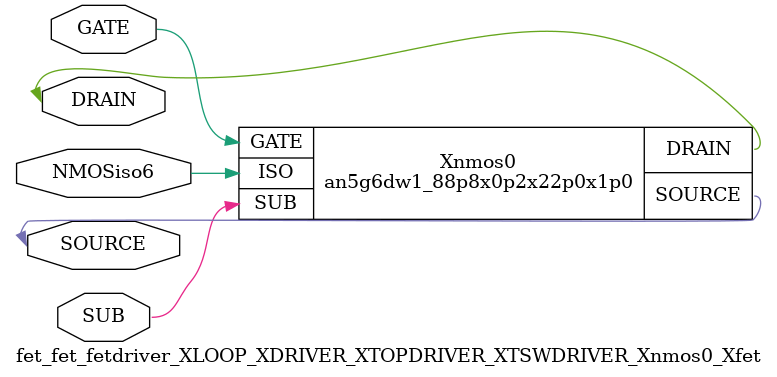
<source format=v>

module an5g6dw1_88p8x0p2x22p0x1p0 (DRAIN,GATE,SOURCE,ISO,SUB);
input GATE;
input ISO;
input SUB;
inout SOURCE;
inout DRAIN;
endmodule

//Celera Confidential Do Not Copy fet_fet_fetdriver_XLOOP_XDRIVER_XTOPDRIVER_XTSWDRIVER_Xnmos0_Xfet
//Celera Confidential Symbol Generator
//power NMOS:Ron:2.000 Ohm
//Vgs 6V Vds 6V
//Kelvin:no

module fet_fet_fetdriver_XLOOP_XDRIVER_XTOPDRIVER_XTSWDRIVER_Xnmos0_Xfet (GATE,SOURCE,DRAIN,NMOSiso6,SUB);
input GATE;
inout SOURCE;
inout DRAIN;
input SUB;
input NMOSiso6;

//Celera Confidential Do Not Copy an5g6dw1_88p8x0p2x22p0x1p0
an5g6dw1_88p8x0p2x22p0x1p0 Xnmos0(
.DRAIN (DRAIN),
.GATE (GATE),
.SOURCE (SOURCE),
.ISO (NMOSiso6),
.SUB (SUB)
);
//,diesize,an5g6dw1_88p8x0p2x22p0x1p0

//Celera Confidential Do Not Copy Module End
//Celera Schematic Generator
endmodule

</source>
